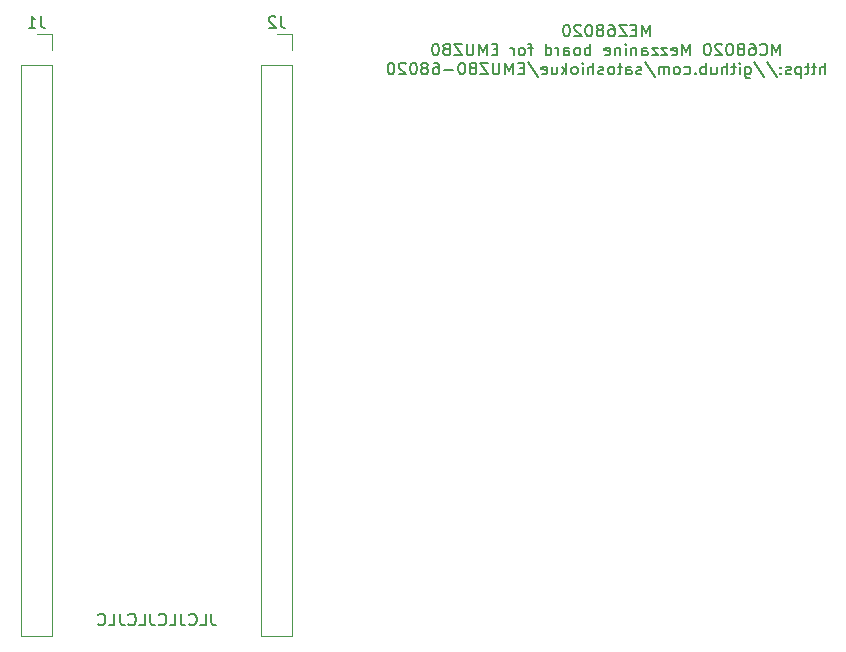
<source format=gbo>
G04 #@! TF.GenerationSoftware,KiCad,Pcbnew,8.0.3*
G04 #@! TF.CreationDate,2024-06-19T21:53:35+09:00*
G04 #@! TF.ProjectId,MEZ68020,4d455a36-3830-4323-902e-6b696361645f,A*
G04 #@! TF.SameCoordinates,PX5f5e100PY8f0d180*
G04 #@! TF.FileFunction,Legend,Bot*
G04 #@! TF.FilePolarity,Positive*
%FSLAX46Y46*%
G04 Gerber Fmt 4.6, Leading zero omitted, Abs format (unit mm)*
G04 Created by KiCad (PCBNEW 8.0.3) date 2024-06-19 21:53:35*
%MOMM*%
%LPD*%
G01*
G04 APERTURE LIST*
%ADD10C,0.150000*%
%ADD11C,0.200000*%
%ADD12C,0.120000*%
G04 APERTURE END LIST*
D10*
X18589048Y4990181D02*
X18589048Y4275896D01*
X18589048Y4275896D02*
X18636667Y4133039D01*
X18636667Y4133039D02*
X18731905Y4037800D01*
X18731905Y4037800D02*
X18874762Y3990181D01*
X18874762Y3990181D02*
X18970000Y3990181D01*
X17636667Y3990181D02*
X18112857Y3990181D01*
X18112857Y3990181D02*
X18112857Y4990181D01*
X16731905Y4085420D02*
X16779524Y4037800D01*
X16779524Y4037800D02*
X16922381Y3990181D01*
X16922381Y3990181D02*
X17017619Y3990181D01*
X17017619Y3990181D02*
X17160476Y4037800D01*
X17160476Y4037800D02*
X17255714Y4133039D01*
X17255714Y4133039D02*
X17303333Y4228277D01*
X17303333Y4228277D02*
X17350952Y4418753D01*
X17350952Y4418753D02*
X17350952Y4561610D01*
X17350952Y4561610D02*
X17303333Y4752086D01*
X17303333Y4752086D02*
X17255714Y4847324D01*
X17255714Y4847324D02*
X17160476Y4942562D01*
X17160476Y4942562D02*
X17017619Y4990181D01*
X17017619Y4990181D02*
X16922381Y4990181D01*
X16922381Y4990181D02*
X16779524Y4942562D01*
X16779524Y4942562D02*
X16731905Y4894943D01*
X16017619Y4990181D02*
X16017619Y4275896D01*
X16017619Y4275896D02*
X16065238Y4133039D01*
X16065238Y4133039D02*
X16160476Y4037800D01*
X16160476Y4037800D02*
X16303333Y3990181D01*
X16303333Y3990181D02*
X16398571Y3990181D01*
X15065238Y3990181D02*
X15541428Y3990181D01*
X15541428Y3990181D02*
X15541428Y4990181D01*
X14160476Y4085420D02*
X14208095Y4037800D01*
X14208095Y4037800D02*
X14350952Y3990181D01*
X14350952Y3990181D02*
X14446190Y3990181D01*
X14446190Y3990181D02*
X14589047Y4037800D01*
X14589047Y4037800D02*
X14684285Y4133039D01*
X14684285Y4133039D02*
X14731904Y4228277D01*
X14731904Y4228277D02*
X14779523Y4418753D01*
X14779523Y4418753D02*
X14779523Y4561610D01*
X14779523Y4561610D02*
X14731904Y4752086D01*
X14731904Y4752086D02*
X14684285Y4847324D01*
X14684285Y4847324D02*
X14589047Y4942562D01*
X14589047Y4942562D02*
X14446190Y4990181D01*
X14446190Y4990181D02*
X14350952Y4990181D01*
X14350952Y4990181D02*
X14208095Y4942562D01*
X14208095Y4942562D02*
X14160476Y4894943D01*
X13446190Y4990181D02*
X13446190Y4275896D01*
X13446190Y4275896D02*
X13493809Y4133039D01*
X13493809Y4133039D02*
X13589047Y4037800D01*
X13589047Y4037800D02*
X13731904Y3990181D01*
X13731904Y3990181D02*
X13827142Y3990181D01*
X12493809Y3990181D02*
X12969999Y3990181D01*
X12969999Y3990181D02*
X12969999Y4990181D01*
X11589047Y4085420D02*
X11636666Y4037800D01*
X11636666Y4037800D02*
X11779523Y3990181D01*
X11779523Y3990181D02*
X11874761Y3990181D01*
X11874761Y3990181D02*
X12017618Y4037800D01*
X12017618Y4037800D02*
X12112856Y4133039D01*
X12112856Y4133039D02*
X12160475Y4228277D01*
X12160475Y4228277D02*
X12208094Y4418753D01*
X12208094Y4418753D02*
X12208094Y4561610D01*
X12208094Y4561610D02*
X12160475Y4752086D01*
X12160475Y4752086D02*
X12112856Y4847324D01*
X12112856Y4847324D02*
X12017618Y4942562D01*
X12017618Y4942562D02*
X11874761Y4990181D01*
X11874761Y4990181D02*
X11779523Y4990181D01*
X11779523Y4990181D02*
X11636666Y4942562D01*
X11636666Y4942562D02*
X11589047Y4894943D01*
X10874761Y4990181D02*
X10874761Y4275896D01*
X10874761Y4275896D02*
X10922380Y4133039D01*
X10922380Y4133039D02*
X11017618Y4037800D01*
X11017618Y4037800D02*
X11160475Y3990181D01*
X11160475Y3990181D02*
X11255713Y3990181D01*
X9922380Y3990181D02*
X10398570Y3990181D01*
X10398570Y3990181D02*
X10398570Y4990181D01*
X9017618Y4085420D02*
X9065237Y4037800D01*
X9065237Y4037800D02*
X9208094Y3990181D01*
X9208094Y3990181D02*
X9303332Y3990181D01*
X9303332Y3990181D02*
X9446189Y4037800D01*
X9446189Y4037800D02*
X9541427Y4133039D01*
X9541427Y4133039D02*
X9589046Y4228277D01*
X9589046Y4228277D02*
X9636665Y4418753D01*
X9636665Y4418753D02*
X9636665Y4561610D01*
X9636665Y4561610D02*
X9589046Y4752086D01*
X9589046Y4752086D02*
X9541427Y4847324D01*
X9541427Y4847324D02*
X9446189Y4942562D01*
X9446189Y4942562D02*
X9303332Y4990181D01*
X9303332Y4990181D02*
X9208094Y4990181D01*
X9208094Y4990181D02*
X9065237Y4942562D01*
X9065237Y4942562D02*
X9017618Y4894943D01*
D11*
X55712856Y53862725D02*
X55712856Y54862725D01*
X55712856Y54862725D02*
X55379523Y54148440D01*
X55379523Y54148440D02*
X55046190Y54862725D01*
X55046190Y54862725D02*
X55046190Y53862725D01*
X54569999Y54386535D02*
X54236666Y54386535D01*
X54093809Y53862725D02*
X54569999Y53862725D01*
X54569999Y53862725D02*
X54569999Y54862725D01*
X54569999Y54862725D02*
X54093809Y54862725D01*
X53760475Y54862725D02*
X53093809Y54862725D01*
X53093809Y54862725D02*
X53760475Y53862725D01*
X53760475Y53862725D02*
X53093809Y53862725D01*
X52284285Y54862725D02*
X52474761Y54862725D01*
X52474761Y54862725D02*
X52569999Y54815106D01*
X52569999Y54815106D02*
X52617618Y54767487D01*
X52617618Y54767487D02*
X52712856Y54624630D01*
X52712856Y54624630D02*
X52760475Y54434154D01*
X52760475Y54434154D02*
X52760475Y54053202D01*
X52760475Y54053202D02*
X52712856Y53957964D01*
X52712856Y53957964D02*
X52665237Y53910344D01*
X52665237Y53910344D02*
X52569999Y53862725D01*
X52569999Y53862725D02*
X52379523Y53862725D01*
X52379523Y53862725D02*
X52284285Y53910344D01*
X52284285Y53910344D02*
X52236666Y53957964D01*
X52236666Y53957964D02*
X52189047Y54053202D01*
X52189047Y54053202D02*
X52189047Y54291297D01*
X52189047Y54291297D02*
X52236666Y54386535D01*
X52236666Y54386535D02*
X52284285Y54434154D01*
X52284285Y54434154D02*
X52379523Y54481773D01*
X52379523Y54481773D02*
X52569999Y54481773D01*
X52569999Y54481773D02*
X52665237Y54434154D01*
X52665237Y54434154D02*
X52712856Y54386535D01*
X52712856Y54386535D02*
X52760475Y54291297D01*
X51617618Y54434154D02*
X51712856Y54481773D01*
X51712856Y54481773D02*
X51760475Y54529392D01*
X51760475Y54529392D02*
X51808094Y54624630D01*
X51808094Y54624630D02*
X51808094Y54672249D01*
X51808094Y54672249D02*
X51760475Y54767487D01*
X51760475Y54767487D02*
X51712856Y54815106D01*
X51712856Y54815106D02*
X51617618Y54862725D01*
X51617618Y54862725D02*
X51427142Y54862725D01*
X51427142Y54862725D02*
X51331904Y54815106D01*
X51331904Y54815106D02*
X51284285Y54767487D01*
X51284285Y54767487D02*
X51236666Y54672249D01*
X51236666Y54672249D02*
X51236666Y54624630D01*
X51236666Y54624630D02*
X51284285Y54529392D01*
X51284285Y54529392D02*
X51331904Y54481773D01*
X51331904Y54481773D02*
X51427142Y54434154D01*
X51427142Y54434154D02*
X51617618Y54434154D01*
X51617618Y54434154D02*
X51712856Y54386535D01*
X51712856Y54386535D02*
X51760475Y54338916D01*
X51760475Y54338916D02*
X51808094Y54243678D01*
X51808094Y54243678D02*
X51808094Y54053202D01*
X51808094Y54053202D02*
X51760475Y53957964D01*
X51760475Y53957964D02*
X51712856Y53910344D01*
X51712856Y53910344D02*
X51617618Y53862725D01*
X51617618Y53862725D02*
X51427142Y53862725D01*
X51427142Y53862725D02*
X51331904Y53910344D01*
X51331904Y53910344D02*
X51284285Y53957964D01*
X51284285Y53957964D02*
X51236666Y54053202D01*
X51236666Y54053202D02*
X51236666Y54243678D01*
X51236666Y54243678D02*
X51284285Y54338916D01*
X51284285Y54338916D02*
X51331904Y54386535D01*
X51331904Y54386535D02*
X51427142Y54434154D01*
X50617618Y54862725D02*
X50522380Y54862725D01*
X50522380Y54862725D02*
X50427142Y54815106D01*
X50427142Y54815106D02*
X50379523Y54767487D01*
X50379523Y54767487D02*
X50331904Y54672249D01*
X50331904Y54672249D02*
X50284285Y54481773D01*
X50284285Y54481773D02*
X50284285Y54243678D01*
X50284285Y54243678D02*
X50331904Y54053202D01*
X50331904Y54053202D02*
X50379523Y53957964D01*
X50379523Y53957964D02*
X50427142Y53910344D01*
X50427142Y53910344D02*
X50522380Y53862725D01*
X50522380Y53862725D02*
X50617618Y53862725D01*
X50617618Y53862725D02*
X50712856Y53910344D01*
X50712856Y53910344D02*
X50760475Y53957964D01*
X50760475Y53957964D02*
X50808094Y54053202D01*
X50808094Y54053202D02*
X50855713Y54243678D01*
X50855713Y54243678D02*
X50855713Y54481773D01*
X50855713Y54481773D02*
X50808094Y54672249D01*
X50808094Y54672249D02*
X50760475Y54767487D01*
X50760475Y54767487D02*
X50712856Y54815106D01*
X50712856Y54815106D02*
X50617618Y54862725D01*
X49903332Y54767487D02*
X49855713Y54815106D01*
X49855713Y54815106D02*
X49760475Y54862725D01*
X49760475Y54862725D02*
X49522380Y54862725D01*
X49522380Y54862725D02*
X49427142Y54815106D01*
X49427142Y54815106D02*
X49379523Y54767487D01*
X49379523Y54767487D02*
X49331904Y54672249D01*
X49331904Y54672249D02*
X49331904Y54577011D01*
X49331904Y54577011D02*
X49379523Y54434154D01*
X49379523Y54434154D02*
X49950951Y53862725D01*
X49950951Y53862725D02*
X49331904Y53862725D01*
X48712856Y54862725D02*
X48617618Y54862725D01*
X48617618Y54862725D02*
X48522380Y54815106D01*
X48522380Y54815106D02*
X48474761Y54767487D01*
X48474761Y54767487D02*
X48427142Y54672249D01*
X48427142Y54672249D02*
X48379523Y54481773D01*
X48379523Y54481773D02*
X48379523Y54243678D01*
X48379523Y54243678D02*
X48427142Y54053202D01*
X48427142Y54053202D02*
X48474761Y53957964D01*
X48474761Y53957964D02*
X48522380Y53910344D01*
X48522380Y53910344D02*
X48617618Y53862725D01*
X48617618Y53862725D02*
X48712856Y53862725D01*
X48712856Y53862725D02*
X48808094Y53910344D01*
X48808094Y53910344D02*
X48855713Y53957964D01*
X48855713Y53957964D02*
X48903332Y54053202D01*
X48903332Y54053202D02*
X48950951Y54243678D01*
X48950951Y54243678D02*
X48950951Y54481773D01*
X48950951Y54481773D02*
X48903332Y54672249D01*
X48903332Y54672249D02*
X48855713Y54767487D01*
X48855713Y54767487D02*
X48808094Y54815106D01*
X48808094Y54815106D02*
X48712856Y54862725D01*
X66784286Y52252781D02*
X66784286Y53252781D01*
X66784286Y53252781D02*
X66450953Y52538496D01*
X66450953Y52538496D02*
X66117620Y53252781D01*
X66117620Y53252781D02*
X66117620Y52252781D01*
X65070001Y52348020D02*
X65117620Y52300400D01*
X65117620Y52300400D02*
X65260477Y52252781D01*
X65260477Y52252781D02*
X65355715Y52252781D01*
X65355715Y52252781D02*
X65498572Y52300400D01*
X65498572Y52300400D02*
X65593810Y52395639D01*
X65593810Y52395639D02*
X65641429Y52490877D01*
X65641429Y52490877D02*
X65689048Y52681353D01*
X65689048Y52681353D02*
X65689048Y52824210D01*
X65689048Y52824210D02*
X65641429Y53014686D01*
X65641429Y53014686D02*
X65593810Y53109924D01*
X65593810Y53109924D02*
X65498572Y53205162D01*
X65498572Y53205162D02*
X65355715Y53252781D01*
X65355715Y53252781D02*
X65260477Y53252781D01*
X65260477Y53252781D02*
X65117620Y53205162D01*
X65117620Y53205162D02*
X65070001Y53157543D01*
X64212858Y53252781D02*
X64403334Y53252781D01*
X64403334Y53252781D02*
X64498572Y53205162D01*
X64498572Y53205162D02*
X64546191Y53157543D01*
X64546191Y53157543D02*
X64641429Y53014686D01*
X64641429Y53014686D02*
X64689048Y52824210D01*
X64689048Y52824210D02*
X64689048Y52443258D01*
X64689048Y52443258D02*
X64641429Y52348020D01*
X64641429Y52348020D02*
X64593810Y52300400D01*
X64593810Y52300400D02*
X64498572Y52252781D01*
X64498572Y52252781D02*
X64308096Y52252781D01*
X64308096Y52252781D02*
X64212858Y52300400D01*
X64212858Y52300400D02*
X64165239Y52348020D01*
X64165239Y52348020D02*
X64117620Y52443258D01*
X64117620Y52443258D02*
X64117620Y52681353D01*
X64117620Y52681353D02*
X64165239Y52776591D01*
X64165239Y52776591D02*
X64212858Y52824210D01*
X64212858Y52824210D02*
X64308096Y52871829D01*
X64308096Y52871829D02*
X64498572Y52871829D01*
X64498572Y52871829D02*
X64593810Y52824210D01*
X64593810Y52824210D02*
X64641429Y52776591D01*
X64641429Y52776591D02*
X64689048Y52681353D01*
X63546191Y52824210D02*
X63641429Y52871829D01*
X63641429Y52871829D02*
X63689048Y52919448D01*
X63689048Y52919448D02*
X63736667Y53014686D01*
X63736667Y53014686D02*
X63736667Y53062305D01*
X63736667Y53062305D02*
X63689048Y53157543D01*
X63689048Y53157543D02*
X63641429Y53205162D01*
X63641429Y53205162D02*
X63546191Y53252781D01*
X63546191Y53252781D02*
X63355715Y53252781D01*
X63355715Y53252781D02*
X63260477Y53205162D01*
X63260477Y53205162D02*
X63212858Y53157543D01*
X63212858Y53157543D02*
X63165239Y53062305D01*
X63165239Y53062305D02*
X63165239Y53014686D01*
X63165239Y53014686D02*
X63212858Y52919448D01*
X63212858Y52919448D02*
X63260477Y52871829D01*
X63260477Y52871829D02*
X63355715Y52824210D01*
X63355715Y52824210D02*
X63546191Y52824210D01*
X63546191Y52824210D02*
X63641429Y52776591D01*
X63641429Y52776591D02*
X63689048Y52728972D01*
X63689048Y52728972D02*
X63736667Y52633734D01*
X63736667Y52633734D02*
X63736667Y52443258D01*
X63736667Y52443258D02*
X63689048Y52348020D01*
X63689048Y52348020D02*
X63641429Y52300400D01*
X63641429Y52300400D02*
X63546191Y52252781D01*
X63546191Y52252781D02*
X63355715Y52252781D01*
X63355715Y52252781D02*
X63260477Y52300400D01*
X63260477Y52300400D02*
X63212858Y52348020D01*
X63212858Y52348020D02*
X63165239Y52443258D01*
X63165239Y52443258D02*
X63165239Y52633734D01*
X63165239Y52633734D02*
X63212858Y52728972D01*
X63212858Y52728972D02*
X63260477Y52776591D01*
X63260477Y52776591D02*
X63355715Y52824210D01*
X62546191Y53252781D02*
X62450953Y53252781D01*
X62450953Y53252781D02*
X62355715Y53205162D01*
X62355715Y53205162D02*
X62308096Y53157543D01*
X62308096Y53157543D02*
X62260477Y53062305D01*
X62260477Y53062305D02*
X62212858Y52871829D01*
X62212858Y52871829D02*
X62212858Y52633734D01*
X62212858Y52633734D02*
X62260477Y52443258D01*
X62260477Y52443258D02*
X62308096Y52348020D01*
X62308096Y52348020D02*
X62355715Y52300400D01*
X62355715Y52300400D02*
X62450953Y52252781D01*
X62450953Y52252781D02*
X62546191Y52252781D01*
X62546191Y52252781D02*
X62641429Y52300400D01*
X62641429Y52300400D02*
X62689048Y52348020D01*
X62689048Y52348020D02*
X62736667Y52443258D01*
X62736667Y52443258D02*
X62784286Y52633734D01*
X62784286Y52633734D02*
X62784286Y52871829D01*
X62784286Y52871829D02*
X62736667Y53062305D01*
X62736667Y53062305D02*
X62689048Y53157543D01*
X62689048Y53157543D02*
X62641429Y53205162D01*
X62641429Y53205162D02*
X62546191Y53252781D01*
X61831905Y53157543D02*
X61784286Y53205162D01*
X61784286Y53205162D02*
X61689048Y53252781D01*
X61689048Y53252781D02*
X61450953Y53252781D01*
X61450953Y53252781D02*
X61355715Y53205162D01*
X61355715Y53205162D02*
X61308096Y53157543D01*
X61308096Y53157543D02*
X61260477Y53062305D01*
X61260477Y53062305D02*
X61260477Y52967067D01*
X61260477Y52967067D02*
X61308096Y52824210D01*
X61308096Y52824210D02*
X61879524Y52252781D01*
X61879524Y52252781D02*
X61260477Y52252781D01*
X60641429Y53252781D02*
X60546191Y53252781D01*
X60546191Y53252781D02*
X60450953Y53205162D01*
X60450953Y53205162D02*
X60403334Y53157543D01*
X60403334Y53157543D02*
X60355715Y53062305D01*
X60355715Y53062305D02*
X60308096Y52871829D01*
X60308096Y52871829D02*
X60308096Y52633734D01*
X60308096Y52633734D02*
X60355715Y52443258D01*
X60355715Y52443258D02*
X60403334Y52348020D01*
X60403334Y52348020D02*
X60450953Y52300400D01*
X60450953Y52300400D02*
X60546191Y52252781D01*
X60546191Y52252781D02*
X60641429Y52252781D01*
X60641429Y52252781D02*
X60736667Y52300400D01*
X60736667Y52300400D02*
X60784286Y52348020D01*
X60784286Y52348020D02*
X60831905Y52443258D01*
X60831905Y52443258D02*
X60879524Y52633734D01*
X60879524Y52633734D02*
X60879524Y52871829D01*
X60879524Y52871829D02*
X60831905Y53062305D01*
X60831905Y53062305D02*
X60784286Y53157543D01*
X60784286Y53157543D02*
X60736667Y53205162D01*
X60736667Y53205162D02*
X60641429Y53252781D01*
X59117619Y52252781D02*
X59117619Y53252781D01*
X59117619Y53252781D02*
X58784286Y52538496D01*
X58784286Y52538496D02*
X58450953Y53252781D01*
X58450953Y53252781D02*
X58450953Y52252781D01*
X57593810Y52300400D02*
X57689048Y52252781D01*
X57689048Y52252781D02*
X57879524Y52252781D01*
X57879524Y52252781D02*
X57974762Y52300400D01*
X57974762Y52300400D02*
X58022381Y52395639D01*
X58022381Y52395639D02*
X58022381Y52776591D01*
X58022381Y52776591D02*
X57974762Y52871829D01*
X57974762Y52871829D02*
X57879524Y52919448D01*
X57879524Y52919448D02*
X57689048Y52919448D01*
X57689048Y52919448D02*
X57593810Y52871829D01*
X57593810Y52871829D02*
X57546191Y52776591D01*
X57546191Y52776591D02*
X57546191Y52681353D01*
X57546191Y52681353D02*
X58022381Y52586115D01*
X57212857Y52919448D02*
X56689048Y52919448D01*
X56689048Y52919448D02*
X57212857Y52252781D01*
X57212857Y52252781D02*
X56689048Y52252781D01*
X56403333Y52919448D02*
X55879524Y52919448D01*
X55879524Y52919448D02*
X56403333Y52252781D01*
X56403333Y52252781D02*
X55879524Y52252781D01*
X55070000Y52252781D02*
X55070000Y52776591D01*
X55070000Y52776591D02*
X55117619Y52871829D01*
X55117619Y52871829D02*
X55212857Y52919448D01*
X55212857Y52919448D02*
X55403333Y52919448D01*
X55403333Y52919448D02*
X55498571Y52871829D01*
X55070000Y52300400D02*
X55165238Y52252781D01*
X55165238Y52252781D02*
X55403333Y52252781D01*
X55403333Y52252781D02*
X55498571Y52300400D01*
X55498571Y52300400D02*
X55546190Y52395639D01*
X55546190Y52395639D02*
X55546190Y52490877D01*
X55546190Y52490877D02*
X55498571Y52586115D01*
X55498571Y52586115D02*
X55403333Y52633734D01*
X55403333Y52633734D02*
X55165238Y52633734D01*
X55165238Y52633734D02*
X55070000Y52681353D01*
X54593809Y52919448D02*
X54593809Y52252781D01*
X54593809Y52824210D02*
X54546190Y52871829D01*
X54546190Y52871829D02*
X54450952Y52919448D01*
X54450952Y52919448D02*
X54308095Y52919448D01*
X54308095Y52919448D02*
X54212857Y52871829D01*
X54212857Y52871829D02*
X54165238Y52776591D01*
X54165238Y52776591D02*
X54165238Y52252781D01*
X53689047Y52252781D02*
X53689047Y52919448D01*
X53689047Y53252781D02*
X53736666Y53205162D01*
X53736666Y53205162D02*
X53689047Y53157543D01*
X53689047Y53157543D02*
X53641428Y53205162D01*
X53641428Y53205162D02*
X53689047Y53252781D01*
X53689047Y53252781D02*
X53689047Y53157543D01*
X53212857Y52919448D02*
X53212857Y52252781D01*
X53212857Y52824210D02*
X53165238Y52871829D01*
X53165238Y52871829D02*
X53070000Y52919448D01*
X53070000Y52919448D02*
X52927143Y52919448D01*
X52927143Y52919448D02*
X52831905Y52871829D01*
X52831905Y52871829D02*
X52784286Y52776591D01*
X52784286Y52776591D02*
X52784286Y52252781D01*
X51927143Y52300400D02*
X52022381Y52252781D01*
X52022381Y52252781D02*
X52212857Y52252781D01*
X52212857Y52252781D02*
X52308095Y52300400D01*
X52308095Y52300400D02*
X52355714Y52395639D01*
X52355714Y52395639D02*
X52355714Y52776591D01*
X52355714Y52776591D02*
X52308095Y52871829D01*
X52308095Y52871829D02*
X52212857Y52919448D01*
X52212857Y52919448D02*
X52022381Y52919448D01*
X52022381Y52919448D02*
X51927143Y52871829D01*
X51927143Y52871829D02*
X51879524Y52776591D01*
X51879524Y52776591D02*
X51879524Y52681353D01*
X51879524Y52681353D02*
X52355714Y52586115D01*
X50689047Y52252781D02*
X50689047Y53252781D01*
X50689047Y52871829D02*
X50593809Y52919448D01*
X50593809Y52919448D02*
X50403333Y52919448D01*
X50403333Y52919448D02*
X50308095Y52871829D01*
X50308095Y52871829D02*
X50260476Y52824210D01*
X50260476Y52824210D02*
X50212857Y52728972D01*
X50212857Y52728972D02*
X50212857Y52443258D01*
X50212857Y52443258D02*
X50260476Y52348020D01*
X50260476Y52348020D02*
X50308095Y52300400D01*
X50308095Y52300400D02*
X50403333Y52252781D01*
X50403333Y52252781D02*
X50593809Y52252781D01*
X50593809Y52252781D02*
X50689047Y52300400D01*
X49641428Y52252781D02*
X49736666Y52300400D01*
X49736666Y52300400D02*
X49784285Y52348020D01*
X49784285Y52348020D02*
X49831904Y52443258D01*
X49831904Y52443258D02*
X49831904Y52728972D01*
X49831904Y52728972D02*
X49784285Y52824210D01*
X49784285Y52824210D02*
X49736666Y52871829D01*
X49736666Y52871829D02*
X49641428Y52919448D01*
X49641428Y52919448D02*
X49498571Y52919448D01*
X49498571Y52919448D02*
X49403333Y52871829D01*
X49403333Y52871829D02*
X49355714Y52824210D01*
X49355714Y52824210D02*
X49308095Y52728972D01*
X49308095Y52728972D02*
X49308095Y52443258D01*
X49308095Y52443258D02*
X49355714Y52348020D01*
X49355714Y52348020D02*
X49403333Y52300400D01*
X49403333Y52300400D02*
X49498571Y52252781D01*
X49498571Y52252781D02*
X49641428Y52252781D01*
X48450952Y52252781D02*
X48450952Y52776591D01*
X48450952Y52776591D02*
X48498571Y52871829D01*
X48498571Y52871829D02*
X48593809Y52919448D01*
X48593809Y52919448D02*
X48784285Y52919448D01*
X48784285Y52919448D02*
X48879523Y52871829D01*
X48450952Y52300400D02*
X48546190Y52252781D01*
X48546190Y52252781D02*
X48784285Y52252781D01*
X48784285Y52252781D02*
X48879523Y52300400D01*
X48879523Y52300400D02*
X48927142Y52395639D01*
X48927142Y52395639D02*
X48927142Y52490877D01*
X48927142Y52490877D02*
X48879523Y52586115D01*
X48879523Y52586115D02*
X48784285Y52633734D01*
X48784285Y52633734D02*
X48546190Y52633734D01*
X48546190Y52633734D02*
X48450952Y52681353D01*
X47974761Y52252781D02*
X47974761Y52919448D01*
X47974761Y52728972D02*
X47927142Y52824210D01*
X47927142Y52824210D02*
X47879523Y52871829D01*
X47879523Y52871829D02*
X47784285Y52919448D01*
X47784285Y52919448D02*
X47689047Y52919448D01*
X46927142Y52252781D02*
X46927142Y53252781D01*
X46927142Y52300400D02*
X47022380Y52252781D01*
X47022380Y52252781D02*
X47212856Y52252781D01*
X47212856Y52252781D02*
X47308094Y52300400D01*
X47308094Y52300400D02*
X47355713Y52348020D01*
X47355713Y52348020D02*
X47403332Y52443258D01*
X47403332Y52443258D02*
X47403332Y52728972D01*
X47403332Y52728972D02*
X47355713Y52824210D01*
X47355713Y52824210D02*
X47308094Y52871829D01*
X47308094Y52871829D02*
X47212856Y52919448D01*
X47212856Y52919448D02*
X47022380Y52919448D01*
X47022380Y52919448D02*
X46927142Y52871829D01*
X45831903Y52919448D02*
X45450951Y52919448D01*
X45689046Y52252781D02*
X45689046Y53109924D01*
X45689046Y53109924D02*
X45641427Y53205162D01*
X45641427Y53205162D02*
X45546189Y53252781D01*
X45546189Y53252781D02*
X45450951Y53252781D01*
X44974760Y52252781D02*
X45069998Y52300400D01*
X45069998Y52300400D02*
X45117617Y52348020D01*
X45117617Y52348020D02*
X45165236Y52443258D01*
X45165236Y52443258D02*
X45165236Y52728972D01*
X45165236Y52728972D02*
X45117617Y52824210D01*
X45117617Y52824210D02*
X45069998Y52871829D01*
X45069998Y52871829D02*
X44974760Y52919448D01*
X44974760Y52919448D02*
X44831903Y52919448D01*
X44831903Y52919448D02*
X44736665Y52871829D01*
X44736665Y52871829D02*
X44689046Y52824210D01*
X44689046Y52824210D02*
X44641427Y52728972D01*
X44641427Y52728972D02*
X44641427Y52443258D01*
X44641427Y52443258D02*
X44689046Y52348020D01*
X44689046Y52348020D02*
X44736665Y52300400D01*
X44736665Y52300400D02*
X44831903Y52252781D01*
X44831903Y52252781D02*
X44974760Y52252781D01*
X44212855Y52252781D02*
X44212855Y52919448D01*
X44212855Y52728972D02*
X44165236Y52824210D01*
X44165236Y52824210D02*
X44117617Y52871829D01*
X44117617Y52871829D02*
X44022379Y52919448D01*
X44022379Y52919448D02*
X43927141Y52919448D01*
X42831902Y52776591D02*
X42498569Y52776591D01*
X42355712Y52252781D02*
X42831902Y52252781D01*
X42831902Y52252781D02*
X42831902Y53252781D01*
X42831902Y53252781D02*
X42355712Y53252781D01*
X41927140Y52252781D02*
X41927140Y53252781D01*
X41927140Y53252781D02*
X41593807Y52538496D01*
X41593807Y52538496D02*
X41260474Y53252781D01*
X41260474Y53252781D02*
X41260474Y52252781D01*
X40784283Y53252781D02*
X40784283Y52443258D01*
X40784283Y52443258D02*
X40736664Y52348020D01*
X40736664Y52348020D02*
X40689045Y52300400D01*
X40689045Y52300400D02*
X40593807Y52252781D01*
X40593807Y52252781D02*
X40403331Y52252781D01*
X40403331Y52252781D02*
X40308093Y52300400D01*
X40308093Y52300400D02*
X40260474Y52348020D01*
X40260474Y52348020D02*
X40212855Y52443258D01*
X40212855Y52443258D02*
X40212855Y53252781D01*
X39831902Y53252781D02*
X39165236Y53252781D01*
X39165236Y53252781D02*
X39831902Y52252781D01*
X39831902Y52252781D02*
X39165236Y52252781D01*
X38641426Y52824210D02*
X38736664Y52871829D01*
X38736664Y52871829D02*
X38784283Y52919448D01*
X38784283Y52919448D02*
X38831902Y53014686D01*
X38831902Y53014686D02*
X38831902Y53062305D01*
X38831902Y53062305D02*
X38784283Y53157543D01*
X38784283Y53157543D02*
X38736664Y53205162D01*
X38736664Y53205162D02*
X38641426Y53252781D01*
X38641426Y53252781D02*
X38450950Y53252781D01*
X38450950Y53252781D02*
X38355712Y53205162D01*
X38355712Y53205162D02*
X38308093Y53157543D01*
X38308093Y53157543D02*
X38260474Y53062305D01*
X38260474Y53062305D02*
X38260474Y53014686D01*
X38260474Y53014686D02*
X38308093Y52919448D01*
X38308093Y52919448D02*
X38355712Y52871829D01*
X38355712Y52871829D02*
X38450950Y52824210D01*
X38450950Y52824210D02*
X38641426Y52824210D01*
X38641426Y52824210D02*
X38736664Y52776591D01*
X38736664Y52776591D02*
X38784283Y52728972D01*
X38784283Y52728972D02*
X38831902Y52633734D01*
X38831902Y52633734D02*
X38831902Y52443258D01*
X38831902Y52443258D02*
X38784283Y52348020D01*
X38784283Y52348020D02*
X38736664Y52300400D01*
X38736664Y52300400D02*
X38641426Y52252781D01*
X38641426Y52252781D02*
X38450950Y52252781D01*
X38450950Y52252781D02*
X38355712Y52300400D01*
X38355712Y52300400D02*
X38308093Y52348020D01*
X38308093Y52348020D02*
X38260474Y52443258D01*
X38260474Y52443258D02*
X38260474Y52633734D01*
X38260474Y52633734D02*
X38308093Y52728972D01*
X38308093Y52728972D02*
X38355712Y52776591D01*
X38355712Y52776591D02*
X38450950Y52824210D01*
X37641426Y53252781D02*
X37546188Y53252781D01*
X37546188Y53252781D02*
X37450950Y53205162D01*
X37450950Y53205162D02*
X37403331Y53157543D01*
X37403331Y53157543D02*
X37355712Y53062305D01*
X37355712Y53062305D02*
X37308093Y52871829D01*
X37308093Y52871829D02*
X37308093Y52633734D01*
X37308093Y52633734D02*
X37355712Y52443258D01*
X37355712Y52443258D02*
X37403331Y52348020D01*
X37403331Y52348020D02*
X37450950Y52300400D01*
X37450950Y52300400D02*
X37546188Y52252781D01*
X37546188Y52252781D02*
X37641426Y52252781D01*
X37641426Y52252781D02*
X37736664Y52300400D01*
X37736664Y52300400D02*
X37784283Y52348020D01*
X37784283Y52348020D02*
X37831902Y52443258D01*
X37831902Y52443258D02*
X37879521Y52633734D01*
X37879521Y52633734D02*
X37879521Y52871829D01*
X37879521Y52871829D02*
X37831902Y53062305D01*
X37831902Y53062305D02*
X37784283Y53157543D01*
X37784283Y53157543D02*
X37736664Y53205162D01*
X37736664Y53205162D02*
X37641426Y53252781D01*
X70570000Y50642837D02*
X70570000Y51642837D01*
X70141429Y50642837D02*
X70141429Y51166647D01*
X70141429Y51166647D02*
X70189048Y51261885D01*
X70189048Y51261885D02*
X70284286Y51309504D01*
X70284286Y51309504D02*
X70427143Y51309504D01*
X70427143Y51309504D02*
X70522381Y51261885D01*
X70522381Y51261885D02*
X70570000Y51214266D01*
X69808095Y51309504D02*
X69427143Y51309504D01*
X69665238Y51642837D02*
X69665238Y50785695D01*
X69665238Y50785695D02*
X69617619Y50690456D01*
X69617619Y50690456D02*
X69522381Y50642837D01*
X69522381Y50642837D02*
X69427143Y50642837D01*
X69236666Y51309504D02*
X68855714Y51309504D01*
X69093809Y51642837D02*
X69093809Y50785695D01*
X69093809Y50785695D02*
X69046190Y50690456D01*
X69046190Y50690456D02*
X68950952Y50642837D01*
X68950952Y50642837D02*
X68855714Y50642837D01*
X68522380Y51309504D02*
X68522380Y50309504D01*
X68522380Y51261885D02*
X68427142Y51309504D01*
X68427142Y51309504D02*
X68236666Y51309504D01*
X68236666Y51309504D02*
X68141428Y51261885D01*
X68141428Y51261885D02*
X68093809Y51214266D01*
X68093809Y51214266D02*
X68046190Y51119028D01*
X68046190Y51119028D02*
X68046190Y50833314D01*
X68046190Y50833314D02*
X68093809Y50738076D01*
X68093809Y50738076D02*
X68141428Y50690456D01*
X68141428Y50690456D02*
X68236666Y50642837D01*
X68236666Y50642837D02*
X68427142Y50642837D01*
X68427142Y50642837D02*
X68522380Y50690456D01*
X67665237Y50690456D02*
X67569999Y50642837D01*
X67569999Y50642837D02*
X67379523Y50642837D01*
X67379523Y50642837D02*
X67284285Y50690456D01*
X67284285Y50690456D02*
X67236666Y50785695D01*
X67236666Y50785695D02*
X67236666Y50833314D01*
X67236666Y50833314D02*
X67284285Y50928552D01*
X67284285Y50928552D02*
X67379523Y50976171D01*
X67379523Y50976171D02*
X67522380Y50976171D01*
X67522380Y50976171D02*
X67617618Y51023790D01*
X67617618Y51023790D02*
X67665237Y51119028D01*
X67665237Y51119028D02*
X67665237Y51166647D01*
X67665237Y51166647D02*
X67617618Y51261885D01*
X67617618Y51261885D02*
X67522380Y51309504D01*
X67522380Y51309504D02*
X67379523Y51309504D01*
X67379523Y51309504D02*
X67284285Y51261885D01*
X66808094Y50738076D02*
X66760475Y50690456D01*
X66760475Y50690456D02*
X66808094Y50642837D01*
X66808094Y50642837D02*
X66855713Y50690456D01*
X66855713Y50690456D02*
X66808094Y50738076D01*
X66808094Y50738076D02*
X66808094Y50642837D01*
X66808094Y51261885D02*
X66760475Y51214266D01*
X66760475Y51214266D02*
X66808094Y51166647D01*
X66808094Y51166647D02*
X66855713Y51214266D01*
X66855713Y51214266D02*
X66808094Y51261885D01*
X66808094Y51261885D02*
X66808094Y51166647D01*
X65617619Y51690456D02*
X66474761Y50404742D01*
X64570000Y51690456D02*
X65427142Y50404742D01*
X63808095Y51309504D02*
X63808095Y50499980D01*
X63808095Y50499980D02*
X63855714Y50404742D01*
X63855714Y50404742D02*
X63903333Y50357123D01*
X63903333Y50357123D02*
X63998571Y50309504D01*
X63998571Y50309504D02*
X64141428Y50309504D01*
X64141428Y50309504D02*
X64236666Y50357123D01*
X63808095Y50690456D02*
X63903333Y50642837D01*
X63903333Y50642837D02*
X64093809Y50642837D01*
X64093809Y50642837D02*
X64189047Y50690456D01*
X64189047Y50690456D02*
X64236666Y50738076D01*
X64236666Y50738076D02*
X64284285Y50833314D01*
X64284285Y50833314D02*
X64284285Y51119028D01*
X64284285Y51119028D02*
X64236666Y51214266D01*
X64236666Y51214266D02*
X64189047Y51261885D01*
X64189047Y51261885D02*
X64093809Y51309504D01*
X64093809Y51309504D02*
X63903333Y51309504D01*
X63903333Y51309504D02*
X63808095Y51261885D01*
X63331904Y50642837D02*
X63331904Y51309504D01*
X63331904Y51642837D02*
X63379523Y51595218D01*
X63379523Y51595218D02*
X63331904Y51547599D01*
X63331904Y51547599D02*
X63284285Y51595218D01*
X63284285Y51595218D02*
X63331904Y51642837D01*
X63331904Y51642837D02*
X63331904Y51547599D01*
X62998571Y51309504D02*
X62617619Y51309504D01*
X62855714Y51642837D02*
X62855714Y50785695D01*
X62855714Y50785695D02*
X62808095Y50690456D01*
X62808095Y50690456D02*
X62712857Y50642837D01*
X62712857Y50642837D02*
X62617619Y50642837D01*
X62284285Y50642837D02*
X62284285Y51642837D01*
X61855714Y50642837D02*
X61855714Y51166647D01*
X61855714Y51166647D02*
X61903333Y51261885D01*
X61903333Y51261885D02*
X61998571Y51309504D01*
X61998571Y51309504D02*
X62141428Y51309504D01*
X62141428Y51309504D02*
X62236666Y51261885D01*
X62236666Y51261885D02*
X62284285Y51214266D01*
X60950952Y51309504D02*
X60950952Y50642837D01*
X61379523Y51309504D02*
X61379523Y50785695D01*
X61379523Y50785695D02*
X61331904Y50690456D01*
X61331904Y50690456D02*
X61236666Y50642837D01*
X61236666Y50642837D02*
X61093809Y50642837D01*
X61093809Y50642837D02*
X60998571Y50690456D01*
X60998571Y50690456D02*
X60950952Y50738076D01*
X60474761Y50642837D02*
X60474761Y51642837D01*
X60474761Y51261885D02*
X60379523Y51309504D01*
X60379523Y51309504D02*
X60189047Y51309504D01*
X60189047Y51309504D02*
X60093809Y51261885D01*
X60093809Y51261885D02*
X60046190Y51214266D01*
X60046190Y51214266D02*
X59998571Y51119028D01*
X59998571Y51119028D02*
X59998571Y50833314D01*
X59998571Y50833314D02*
X60046190Y50738076D01*
X60046190Y50738076D02*
X60093809Y50690456D01*
X60093809Y50690456D02*
X60189047Y50642837D01*
X60189047Y50642837D02*
X60379523Y50642837D01*
X60379523Y50642837D02*
X60474761Y50690456D01*
X59569999Y50738076D02*
X59522380Y50690456D01*
X59522380Y50690456D02*
X59569999Y50642837D01*
X59569999Y50642837D02*
X59617618Y50690456D01*
X59617618Y50690456D02*
X59569999Y50738076D01*
X59569999Y50738076D02*
X59569999Y50642837D01*
X58665238Y50690456D02*
X58760476Y50642837D01*
X58760476Y50642837D02*
X58950952Y50642837D01*
X58950952Y50642837D02*
X59046190Y50690456D01*
X59046190Y50690456D02*
X59093809Y50738076D01*
X59093809Y50738076D02*
X59141428Y50833314D01*
X59141428Y50833314D02*
X59141428Y51119028D01*
X59141428Y51119028D02*
X59093809Y51214266D01*
X59093809Y51214266D02*
X59046190Y51261885D01*
X59046190Y51261885D02*
X58950952Y51309504D01*
X58950952Y51309504D02*
X58760476Y51309504D01*
X58760476Y51309504D02*
X58665238Y51261885D01*
X58093809Y50642837D02*
X58189047Y50690456D01*
X58189047Y50690456D02*
X58236666Y50738076D01*
X58236666Y50738076D02*
X58284285Y50833314D01*
X58284285Y50833314D02*
X58284285Y51119028D01*
X58284285Y51119028D02*
X58236666Y51214266D01*
X58236666Y51214266D02*
X58189047Y51261885D01*
X58189047Y51261885D02*
X58093809Y51309504D01*
X58093809Y51309504D02*
X57950952Y51309504D01*
X57950952Y51309504D02*
X57855714Y51261885D01*
X57855714Y51261885D02*
X57808095Y51214266D01*
X57808095Y51214266D02*
X57760476Y51119028D01*
X57760476Y51119028D02*
X57760476Y50833314D01*
X57760476Y50833314D02*
X57808095Y50738076D01*
X57808095Y50738076D02*
X57855714Y50690456D01*
X57855714Y50690456D02*
X57950952Y50642837D01*
X57950952Y50642837D02*
X58093809Y50642837D01*
X57331904Y50642837D02*
X57331904Y51309504D01*
X57331904Y51214266D02*
X57284285Y51261885D01*
X57284285Y51261885D02*
X57189047Y51309504D01*
X57189047Y51309504D02*
X57046190Y51309504D01*
X57046190Y51309504D02*
X56950952Y51261885D01*
X56950952Y51261885D02*
X56903333Y51166647D01*
X56903333Y51166647D02*
X56903333Y50642837D01*
X56903333Y51166647D02*
X56855714Y51261885D01*
X56855714Y51261885D02*
X56760476Y51309504D01*
X56760476Y51309504D02*
X56617619Y51309504D01*
X56617619Y51309504D02*
X56522380Y51261885D01*
X56522380Y51261885D02*
X56474761Y51166647D01*
X56474761Y51166647D02*
X56474761Y50642837D01*
X55284286Y51690456D02*
X56141428Y50404742D01*
X54998571Y50690456D02*
X54903333Y50642837D01*
X54903333Y50642837D02*
X54712857Y50642837D01*
X54712857Y50642837D02*
X54617619Y50690456D01*
X54617619Y50690456D02*
X54570000Y50785695D01*
X54570000Y50785695D02*
X54570000Y50833314D01*
X54570000Y50833314D02*
X54617619Y50928552D01*
X54617619Y50928552D02*
X54712857Y50976171D01*
X54712857Y50976171D02*
X54855714Y50976171D01*
X54855714Y50976171D02*
X54950952Y51023790D01*
X54950952Y51023790D02*
X54998571Y51119028D01*
X54998571Y51119028D02*
X54998571Y51166647D01*
X54998571Y51166647D02*
X54950952Y51261885D01*
X54950952Y51261885D02*
X54855714Y51309504D01*
X54855714Y51309504D02*
X54712857Y51309504D01*
X54712857Y51309504D02*
X54617619Y51261885D01*
X53712857Y50642837D02*
X53712857Y51166647D01*
X53712857Y51166647D02*
X53760476Y51261885D01*
X53760476Y51261885D02*
X53855714Y51309504D01*
X53855714Y51309504D02*
X54046190Y51309504D01*
X54046190Y51309504D02*
X54141428Y51261885D01*
X53712857Y50690456D02*
X53808095Y50642837D01*
X53808095Y50642837D02*
X54046190Y50642837D01*
X54046190Y50642837D02*
X54141428Y50690456D01*
X54141428Y50690456D02*
X54189047Y50785695D01*
X54189047Y50785695D02*
X54189047Y50880933D01*
X54189047Y50880933D02*
X54141428Y50976171D01*
X54141428Y50976171D02*
X54046190Y51023790D01*
X54046190Y51023790D02*
X53808095Y51023790D01*
X53808095Y51023790D02*
X53712857Y51071409D01*
X53379523Y51309504D02*
X52998571Y51309504D01*
X53236666Y51642837D02*
X53236666Y50785695D01*
X53236666Y50785695D02*
X53189047Y50690456D01*
X53189047Y50690456D02*
X53093809Y50642837D01*
X53093809Y50642837D02*
X52998571Y50642837D01*
X52522380Y50642837D02*
X52617618Y50690456D01*
X52617618Y50690456D02*
X52665237Y50738076D01*
X52665237Y50738076D02*
X52712856Y50833314D01*
X52712856Y50833314D02*
X52712856Y51119028D01*
X52712856Y51119028D02*
X52665237Y51214266D01*
X52665237Y51214266D02*
X52617618Y51261885D01*
X52617618Y51261885D02*
X52522380Y51309504D01*
X52522380Y51309504D02*
X52379523Y51309504D01*
X52379523Y51309504D02*
X52284285Y51261885D01*
X52284285Y51261885D02*
X52236666Y51214266D01*
X52236666Y51214266D02*
X52189047Y51119028D01*
X52189047Y51119028D02*
X52189047Y50833314D01*
X52189047Y50833314D02*
X52236666Y50738076D01*
X52236666Y50738076D02*
X52284285Y50690456D01*
X52284285Y50690456D02*
X52379523Y50642837D01*
X52379523Y50642837D02*
X52522380Y50642837D01*
X51808094Y50690456D02*
X51712856Y50642837D01*
X51712856Y50642837D02*
X51522380Y50642837D01*
X51522380Y50642837D02*
X51427142Y50690456D01*
X51427142Y50690456D02*
X51379523Y50785695D01*
X51379523Y50785695D02*
X51379523Y50833314D01*
X51379523Y50833314D02*
X51427142Y50928552D01*
X51427142Y50928552D02*
X51522380Y50976171D01*
X51522380Y50976171D02*
X51665237Y50976171D01*
X51665237Y50976171D02*
X51760475Y51023790D01*
X51760475Y51023790D02*
X51808094Y51119028D01*
X51808094Y51119028D02*
X51808094Y51166647D01*
X51808094Y51166647D02*
X51760475Y51261885D01*
X51760475Y51261885D02*
X51665237Y51309504D01*
X51665237Y51309504D02*
X51522380Y51309504D01*
X51522380Y51309504D02*
X51427142Y51261885D01*
X50950951Y50642837D02*
X50950951Y51642837D01*
X50522380Y50642837D02*
X50522380Y51166647D01*
X50522380Y51166647D02*
X50569999Y51261885D01*
X50569999Y51261885D02*
X50665237Y51309504D01*
X50665237Y51309504D02*
X50808094Y51309504D01*
X50808094Y51309504D02*
X50903332Y51261885D01*
X50903332Y51261885D02*
X50950951Y51214266D01*
X50046189Y50642837D02*
X50046189Y51309504D01*
X50046189Y51642837D02*
X50093808Y51595218D01*
X50093808Y51595218D02*
X50046189Y51547599D01*
X50046189Y51547599D02*
X49998570Y51595218D01*
X49998570Y51595218D02*
X50046189Y51642837D01*
X50046189Y51642837D02*
X50046189Y51547599D01*
X49427142Y50642837D02*
X49522380Y50690456D01*
X49522380Y50690456D02*
X49569999Y50738076D01*
X49569999Y50738076D02*
X49617618Y50833314D01*
X49617618Y50833314D02*
X49617618Y51119028D01*
X49617618Y51119028D02*
X49569999Y51214266D01*
X49569999Y51214266D02*
X49522380Y51261885D01*
X49522380Y51261885D02*
X49427142Y51309504D01*
X49427142Y51309504D02*
X49284285Y51309504D01*
X49284285Y51309504D02*
X49189047Y51261885D01*
X49189047Y51261885D02*
X49141428Y51214266D01*
X49141428Y51214266D02*
X49093809Y51119028D01*
X49093809Y51119028D02*
X49093809Y50833314D01*
X49093809Y50833314D02*
X49141428Y50738076D01*
X49141428Y50738076D02*
X49189047Y50690456D01*
X49189047Y50690456D02*
X49284285Y50642837D01*
X49284285Y50642837D02*
X49427142Y50642837D01*
X48665237Y50642837D02*
X48665237Y51642837D01*
X48569999Y51023790D02*
X48284285Y50642837D01*
X48284285Y51309504D02*
X48665237Y50928552D01*
X47427142Y51309504D02*
X47427142Y50642837D01*
X47855713Y51309504D02*
X47855713Y50785695D01*
X47855713Y50785695D02*
X47808094Y50690456D01*
X47808094Y50690456D02*
X47712856Y50642837D01*
X47712856Y50642837D02*
X47569999Y50642837D01*
X47569999Y50642837D02*
X47474761Y50690456D01*
X47474761Y50690456D02*
X47427142Y50738076D01*
X46569999Y50690456D02*
X46665237Y50642837D01*
X46665237Y50642837D02*
X46855713Y50642837D01*
X46855713Y50642837D02*
X46950951Y50690456D01*
X46950951Y50690456D02*
X46998570Y50785695D01*
X46998570Y50785695D02*
X46998570Y51166647D01*
X46998570Y51166647D02*
X46950951Y51261885D01*
X46950951Y51261885D02*
X46855713Y51309504D01*
X46855713Y51309504D02*
X46665237Y51309504D01*
X46665237Y51309504D02*
X46569999Y51261885D01*
X46569999Y51261885D02*
X46522380Y51166647D01*
X46522380Y51166647D02*
X46522380Y51071409D01*
X46522380Y51071409D02*
X46998570Y50976171D01*
X45379523Y51690456D02*
X46236665Y50404742D01*
X45046189Y51166647D02*
X44712856Y51166647D01*
X44569999Y50642837D02*
X45046189Y50642837D01*
X45046189Y50642837D02*
X45046189Y51642837D01*
X45046189Y51642837D02*
X44569999Y51642837D01*
X44141427Y50642837D02*
X44141427Y51642837D01*
X44141427Y51642837D02*
X43808094Y50928552D01*
X43808094Y50928552D02*
X43474761Y51642837D01*
X43474761Y51642837D02*
X43474761Y50642837D01*
X42998570Y51642837D02*
X42998570Y50833314D01*
X42998570Y50833314D02*
X42950951Y50738076D01*
X42950951Y50738076D02*
X42903332Y50690456D01*
X42903332Y50690456D02*
X42808094Y50642837D01*
X42808094Y50642837D02*
X42617618Y50642837D01*
X42617618Y50642837D02*
X42522380Y50690456D01*
X42522380Y50690456D02*
X42474761Y50738076D01*
X42474761Y50738076D02*
X42427142Y50833314D01*
X42427142Y50833314D02*
X42427142Y51642837D01*
X42046189Y51642837D02*
X41379523Y51642837D01*
X41379523Y51642837D02*
X42046189Y50642837D01*
X42046189Y50642837D02*
X41379523Y50642837D01*
X40855713Y51214266D02*
X40950951Y51261885D01*
X40950951Y51261885D02*
X40998570Y51309504D01*
X40998570Y51309504D02*
X41046189Y51404742D01*
X41046189Y51404742D02*
X41046189Y51452361D01*
X41046189Y51452361D02*
X40998570Y51547599D01*
X40998570Y51547599D02*
X40950951Y51595218D01*
X40950951Y51595218D02*
X40855713Y51642837D01*
X40855713Y51642837D02*
X40665237Y51642837D01*
X40665237Y51642837D02*
X40569999Y51595218D01*
X40569999Y51595218D02*
X40522380Y51547599D01*
X40522380Y51547599D02*
X40474761Y51452361D01*
X40474761Y51452361D02*
X40474761Y51404742D01*
X40474761Y51404742D02*
X40522380Y51309504D01*
X40522380Y51309504D02*
X40569999Y51261885D01*
X40569999Y51261885D02*
X40665237Y51214266D01*
X40665237Y51214266D02*
X40855713Y51214266D01*
X40855713Y51214266D02*
X40950951Y51166647D01*
X40950951Y51166647D02*
X40998570Y51119028D01*
X40998570Y51119028D02*
X41046189Y51023790D01*
X41046189Y51023790D02*
X41046189Y50833314D01*
X41046189Y50833314D02*
X40998570Y50738076D01*
X40998570Y50738076D02*
X40950951Y50690456D01*
X40950951Y50690456D02*
X40855713Y50642837D01*
X40855713Y50642837D02*
X40665237Y50642837D01*
X40665237Y50642837D02*
X40569999Y50690456D01*
X40569999Y50690456D02*
X40522380Y50738076D01*
X40522380Y50738076D02*
X40474761Y50833314D01*
X40474761Y50833314D02*
X40474761Y51023790D01*
X40474761Y51023790D02*
X40522380Y51119028D01*
X40522380Y51119028D02*
X40569999Y51166647D01*
X40569999Y51166647D02*
X40665237Y51214266D01*
X39855713Y51642837D02*
X39760475Y51642837D01*
X39760475Y51642837D02*
X39665237Y51595218D01*
X39665237Y51595218D02*
X39617618Y51547599D01*
X39617618Y51547599D02*
X39569999Y51452361D01*
X39569999Y51452361D02*
X39522380Y51261885D01*
X39522380Y51261885D02*
X39522380Y51023790D01*
X39522380Y51023790D02*
X39569999Y50833314D01*
X39569999Y50833314D02*
X39617618Y50738076D01*
X39617618Y50738076D02*
X39665237Y50690456D01*
X39665237Y50690456D02*
X39760475Y50642837D01*
X39760475Y50642837D02*
X39855713Y50642837D01*
X39855713Y50642837D02*
X39950951Y50690456D01*
X39950951Y50690456D02*
X39998570Y50738076D01*
X39998570Y50738076D02*
X40046189Y50833314D01*
X40046189Y50833314D02*
X40093808Y51023790D01*
X40093808Y51023790D02*
X40093808Y51261885D01*
X40093808Y51261885D02*
X40046189Y51452361D01*
X40046189Y51452361D02*
X39998570Y51547599D01*
X39998570Y51547599D02*
X39950951Y51595218D01*
X39950951Y51595218D02*
X39855713Y51642837D01*
X39093808Y51023790D02*
X38331904Y51023790D01*
X37427142Y51642837D02*
X37617618Y51642837D01*
X37617618Y51642837D02*
X37712856Y51595218D01*
X37712856Y51595218D02*
X37760475Y51547599D01*
X37760475Y51547599D02*
X37855713Y51404742D01*
X37855713Y51404742D02*
X37903332Y51214266D01*
X37903332Y51214266D02*
X37903332Y50833314D01*
X37903332Y50833314D02*
X37855713Y50738076D01*
X37855713Y50738076D02*
X37808094Y50690456D01*
X37808094Y50690456D02*
X37712856Y50642837D01*
X37712856Y50642837D02*
X37522380Y50642837D01*
X37522380Y50642837D02*
X37427142Y50690456D01*
X37427142Y50690456D02*
X37379523Y50738076D01*
X37379523Y50738076D02*
X37331904Y50833314D01*
X37331904Y50833314D02*
X37331904Y51071409D01*
X37331904Y51071409D02*
X37379523Y51166647D01*
X37379523Y51166647D02*
X37427142Y51214266D01*
X37427142Y51214266D02*
X37522380Y51261885D01*
X37522380Y51261885D02*
X37712856Y51261885D01*
X37712856Y51261885D02*
X37808094Y51214266D01*
X37808094Y51214266D02*
X37855713Y51166647D01*
X37855713Y51166647D02*
X37903332Y51071409D01*
X36760475Y51214266D02*
X36855713Y51261885D01*
X36855713Y51261885D02*
X36903332Y51309504D01*
X36903332Y51309504D02*
X36950951Y51404742D01*
X36950951Y51404742D02*
X36950951Y51452361D01*
X36950951Y51452361D02*
X36903332Y51547599D01*
X36903332Y51547599D02*
X36855713Y51595218D01*
X36855713Y51595218D02*
X36760475Y51642837D01*
X36760475Y51642837D02*
X36569999Y51642837D01*
X36569999Y51642837D02*
X36474761Y51595218D01*
X36474761Y51595218D02*
X36427142Y51547599D01*
X36427142Y51547599D02*
X36379523Y51452361D01*
X36379523Y51452361D02*
X36379523Y51404742D01*
X36379523Y51404742D02*
X36427142Y51309504D01*
X36427142Y51309504D02*
X36474761Y51261885D01*
X36474761Y51261885D02*
X36569999Y51214266D01*
X36569999Y51214266D02*
X36760475Y51214266D01*
X36760475Y51214266D02*
X36855713Y51166647D01*
X36855713Y51166647D02*
X36903332Y51119028D01*
X36903332Y51119028D02*
X36950951Y51023790D01*
X36950951Y51023790D02*
X36950951Y50833314D01*
X36950951Y50833314D02*
X36903332Y50738076D01*
X36903332Y50738076D02*
X36855713Y50690456D01*
X36855713Y50690456D02*
X36760475Y50642837D01*
X36760475Y50642837D02*
X36569999Y50642837D01*
X36569999Y50642837D02*
X36474761Y50690456D01*
X36474761Y50690456D02*
X36427142Y50738076D01*
X36427142Y50738076D02*
X36379523Y50833314D01*
X36379523Y50833314D02*
X36379523Y51023790D01*
X36379523Y51023790D02*
X36427142Y51119028D01*
X36427142Y51119028D02*
X36474761Y51166647D01*
X36474761Y51166647D02*
X36569999Y51214266D01*
X35760475Y51642837D02*
X35665237Y51642837D01*
X35665237Y51642837D02*
X35569999Y51595218D01*
X35569999Y51595218D02*
X35522380Y51547599D01*
X35522380Y51547599D02*
X35474761Y51452361D01*
X35474761Y51452361D02*
X35427142Y51261885D01*
X35427142Y51261885D02*
X35427142Y51023790D01*
X35427142Y51023790D02*
X35474761Y50833314D01*
X35474761Y50833314D02*
X35522380Y50738076D01*
X35522380Y50738076D02*
X35569999Y50690456D01*
X35569999Y50690456D02*
X35665237Y50642837D01*
X35665237Y50642837D02*
X35760475Y50642837D01*
X35760475Y50642837D02*
X35855713Y50690456D01*
X35855713Y50690456D02*
X35903332Y50738076D01*
X35903332Y50738076D02*
X35950951Y50833314D01*
X35950951Y50833314D02*
X35998570Y51023790D01*
X35998570Y51023790D02*
X35998570Y51261885D01*
X35998570Y51261885D02*
X35950951Y51452361D01*
X35950951Y51452361D02*
X35903332Y51547599D01*
X35903332Y51547599D02*
X35855713Y51595218D01*
X35855713Y51595218D02*
X35760475Y51642837D01*
X35046189Y51547599D02*
X34998570Y51595218D01*
X34998570Y51595218D02*
X34903332Y51642837D01*
X34903332Y51642837D02*
X34665237Y51642837D01*
X34665237Y51642837D02*
X34569999Y51595218D01*
X34569999Y51595218D02*
X34522380Y51547599D01*
X34522380Y51547599D02*
X34474761Y51452361D01*
X34474761Y51452361D02*
X34474761Y51357123D01*
X34474761Y51357123D02*
X34522380Y51214266D01*
X34522380Y51214266D02*
X35093808Y50642837D01*
X35093808Y50642837D02*
X34474761Y50642837D01*
X33855713Y51642837D02*
X33760475Y51642837D01*
X33760475Y51642837D02*
X33665237Y51595218D01*
X33665237Y51595218D02*
X33617618Y51547599D01*
X33617618Y51547599D02*
X33569999Y51452361D01*
X33569999Y51452361D02*
X33522380Y51261885D01*
X33522380Y51261885D02*
X33522380Y51023790D01*
X33522380Y51023790D02*
X33569999Y50833314D01*
X33569999Y50833314D02*
X33617618Y50738076D01*
X33617618Y50738076D02*
X33665237Y50690456D01*
X33665237Y50690456D02*
X33760475Y50642837D01*
X33760475Y50642837D02*
X33855713Y50642837D01*
X33855713Y50642837D02*
X33950951Y50690456D01*
X33950951Y50690456D02*
X33998570Y50738076D01*
X33998570Y50738076D02*
X34046189Y50833314D01*
X34046189Y50833314D02*
X34093808Y51023790D01*
X34093808Y51023790D02*
X34093808Y51261885D01*
X34093808Y51261885D02*
X34046189Y51452361D01*
X34046189Y51452361D02*
X33998570Y51547599D01*
X33998570Y51547599D02*
X33950951Y51595218D01*
X33950951Y51595218D02*
X33855713Y51642837D01*
D10*
X4143333Y55580181D02*
X4143333Y54865896D01*
X4143333Y54865896D02*
X4190952Y54723039D01*
X4190952Y54723039D02*
X4286190Y54627800D01*
X4286190Y54627800D02*
X4429047Y54580181D01*
X4429047Y54580181D02*
X4524285Y54580181D01*
X3143333Y54580181D02*
X3714761Y54580181D01*
X3429047Y54580181D02*
X3429047Y55580181D01*
X3429047Y55580181D02*
X3524285Y55437324D01*
X3524285Y55437324D02*
X3619523Y55342086D01*
X3619523Y55342086D02*
X3714761Y55294467D01*
X24463333Y55580181D02*
X24463333Y54865896D01*
X24463333Y54865896D02*
X24510952Y54723039D01*
X24510952Y54723039D02*
X24606190Y54627800D01*
X24606190Y54627800D02*
X24749047Y54580181D01*
X24749047Y54580181D02*
X24844285Y54580181D01*
X24034761Y55484943D02*
X23987142Y55532562D01*
X23987142Y55532562D02*
X23891904Y55580181D01*
X23891904Y55580181D02*
X23653809Y55580181D01*
X23653809Y55580181D02*
X23558571Y55532562D01*
X23558571Y55532562D02*
X23510952Y55484943D01*
X23510952Y55484943D02*
X23463333Y55389705D01*
X23463333Y55389705D02*
X23463333Y55294467D01*
X23463333Y55294467D02*
X23510952Y55151610D01*
X23510952Y55151610D02*
X24082380Y54580181D01*
X24082380Y54580181D02*
X23463333Y54580181D01*
D12*
X2480000Y51435000D02*
X5140000Y51435000D01*
X2480000Y3115000D02*
X2480000Y51435000D01*
X2480000Y3115000D02*
X5140000Y3115000D01*
X3810000Y54035000D02*
X5140000Y54035000D01*
X5140000Y54035000D02*
X5140000Y52705000D01*
X5140000Y3115000D02*
X5140000Y51435000D01*
X22800000Y51435000D02*
X25460000Y51435000D01*
X22800000Y3115000D02*
X22800000Y51435000D01*
X22800000Y3115000D02*
X25460000Y3115000D01*
X24130000Y54035000D02*
X25460000Y54035000D01*
X25460000Y54035000D02*
X25460000Y52705000D01*
X25460000Y3115000D02*
X25460000Y51435000D01*
M02*

</source>
